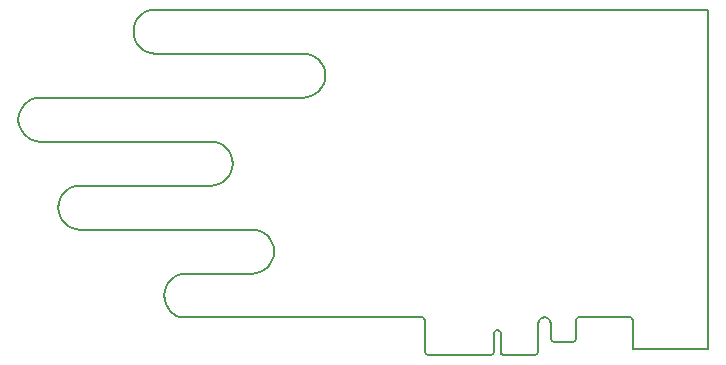
<source format=gko>
G04*
G04 #@! TF.GenerationSoftware,Altium Limited,Altium Designer,24.1.2 (44)*
G04*
G04 Layer_Color=16711935*
%FSLAX44Y44*%
%MOMM*%
G71*
G04*
G04 #@! TF.SameCoordinates,BDBBCEB5-9933-478C-A866-C286992FDBA5*
G04*
G04*
G04 #@! TF.FilePolarity,Positive*
G04*
G01*
G75*
%ADD10C,0.2000*%
D10*
X429224Y610148D02*
Y610151D01*
X425491Y610548D02*
X429224Y610151D01*
X422017Y611645D02*
X425491Y610548D01*
X418875Y613367D02*
X422017Y611645D01*
X429224Y610148D02*
X574634Y610148D01*
X585162Y576029D02*
X587962Y578297D01*
X590281Y581056D01*
X592042Y584230D01*
X593170Y587744D01*
X590285Y602000D02*
X592045Y598825D01*
X587966Y604760D02*
X590285Y602000D01*
X585165Y607030D02*
X587966Y604760D01*
X581959Y608734D02*
X585165Y607030D01*
X578423Y609798D02*
X581959Y608734D01*
X574634Y610148D02*
X578423Y609798D01*
X625168Y723199D02*
X628417Y724895D01*
X553052Y652756D02*
X555370Y655516D01*
X557180Y673166D02*
X558278Y669669D01*
X555425Y676383D02*
X557180Y673166D01*
X553053Y679222D02*
X555425Y676383D01*
X550171Y681542D02*
X553053Y679222D01*
X546923Y683238D02*
X550171Y681542D01*
X543407Y684272D02*
X546923Y683238D01*
X539722Y684602D02*
X543407Y684272D01*
X493154Y759057D02*
X515033D01*
X489505Y759418D02*
X493154Y759057D01*
X486030Y760474D02*
X489505Y759418D01*
X482826Y762186D02*
X486030Y760474D01*
X479991Y764512D02*
X482826Y762186D01*
X477667Y767348D02*
X479991Y764512D01*
X396202Y684602D02*
X539722Y684602D01*
X391252Y685145D02*
X396202Y684602D01*
X386698Y686940D02*
X391252Y685145D01*
X382767Y689859D02*
X386698Y686940D01*
X379692Y693775D02*
X382767Y689859D01*
X377762Y698366D02*
X379692Y693775D01*
X377119Y703219D02*
X377762Y698366D01*
X377119Y703219D02*
X377762Y708072D01*
X379692Y712663D01*
X382767Y716579D01*
X386698Y719498D01*
X391252Y721292D02*
X396202Y721835D01*
X617968Y721835D01*
X628417Y724895D02*
X631299Y727215D01*
X386698Y719498D02*
X391252Y721292D01*
X617968Y721835D02*
X621652Y722166D01*
X625168Y723199D01*
X578422Y573263D02*
X581956Y574326D01*
X585162Y576029D01*
X574634Y572914D02*
X578422Y573263D01*
X515033Y759057D02*
X617968Y759057D01*
X475957Y770553D02*
X477667Y767348D01*
X474903Y774030D02*
X475957Y770553D01*
X474543Y777679D02*
X474904Y781327D01*
X475960Y784801D01*
X477670Y788005D01*
X479994Y790839D01*
X482829Y793163D01*
X486032Y794873D01*
X489506Y795929D01*
X493154Y796290D01*
X960766D01*
X474543Y777679D02*
X474903Y774030D01*
X558278Y669669D02*
X558675Y665991D01*
X592045Y598825D02*
X593172Y595308D01*
X593170Y587744D02*
X593587Y591525D01*
X593172Y595308D02*
X593587Y591525D01*
X960766Y778125D02*
X960766Y796290D01*
X960766Y509131D02*
X960766Y778125D01*
X949879Y509131D02*
X960766D01*
X897050Y509130D02*
X949879Y509131D01*
X897050Y509130D02*
Y533122D01*
X896359Y535001D02*
X897050Y533122D01*
X894526Y535807D02*
X896359Y535001D01*
X849930Y535057D02*
X851740Y535807D01*
X849181Y533248D02*
X849930Y535057D01*
X849181Y533248D02*
X849181Y517333D01*
X848431Y515524D02*
X849181Y517333D01*
X846622Y514774D02*
X848431Y515524D01*
X830422Y514774D02*
X846622Y514774D01*
X721510Y506377D02*
X722260Y504567D01*
X721510Y532985D02*
X721510Y506377D01*
X722260Y504567D02*
X724069Y503818D01*
X851740Y535807D02*
X894526D01*
X828612Y515524D02*
X830422Y514774D01*
X827862Y517333D02*
X828612Y515524D01*
X827862Y530437D02*
X827862Y517333D01*
X827444Y532509D02*
X827862Y530437D01*
X826303Y534202D02*
X827444Y532509D01*
X824611Y535343D02*
X826303Y534202D01*
X822539Y535761D02*
X824611Y535343D01*
X818774Y534202D02*
X820501Y535356D01*
X817620Y532475D02*
X818774Y534202D01*
X817215Y530437D02*
X817620Y532475D01*
X817215Y506446D02*
X817215Y530437D01*
X814655Y503886D02*
X816465Y504636D01*
X820501Y535356D02*
X822539Y535761D01*
X720733Y534984D02*
X721510Y532985D01*
X718734Y535761D02*
X720733Y534984D01*
X665620Y535693D02*
X718734Y535761D01*
X513512Y536071D02*
X516264Y535693D01*
X510757Y537155D02*
X513512Y536071D01*
X516264Y535693D02*
X665620Y535693D01*
X505692Y541142D02*
X510757Y537155D01*
X787876Y503886D02*
X814655Y503886D01*
X786059Y504632D02*
X787876Y503886D01*
X785305Y506446D02*
X786059Y504632D01*
X785305Y506446D02*
X785305Y522474D01*
X784529Y524349D02*
X785305Y522474D01*
X780773Y524352D02*
X782655Y525125D01*
X779993Y522474D02*
X780773Y524352D01*
X779993Y506423D02*
X779993Y522474D01*
X779260Y504583D02*
X779993Y506423D01*
X777434Y503818D02*
X779260Y504583D01*
X724069Y503818D02*
X777434D01*
X782655Y525125D02*
X784529Y524349D01*
X816465Y504636D02*
X817215Y506446D01*
X501983Y547058D02*
X505692Y541142D01*
X500544Y554304D02*
X500923Y550552D01*
X500544Y554304D02*
X500547Y554304D01*
X500944Y557982D01*
X502042Y561478D01*
X503797Y564695D01*
X506169Y567535D01*
X509051Y569854D01*
X512299Y571551D01*
X515816Y572584D01*
X519500Y572915D01*
X500923Y550552D02*
X501983Y547058D01*
X519500Y572915D02*
X574634Y572914D01*
X416138Y615640D02*
X418875Y613367D01*
X413881Y618390D02*
X416138Y615640D01*
X412178Y621542D02*
X413881Y618390D01*
X411101Y625023D02*
X412178Y621542D01*
X410726Y628758D02*
X411101Y625023D01*
X410726Y628758D02*
X411123Y632436D01*
X412221Y635933D01*
X413976Y639150D01*
X416348Y641990D01*
X419230Y644309D01*
X422479Y646005D01*
X425995Y647039D01*
X429680Y647369D01*
X539720Y647369D01*
X543509Y647718D01*
X547045Y648782D01*
X550251Y650487D01*
X553052Y652756D01*
X555370Y655516D02*
X557131Y658692D01*
X558257Y662209D01*
X558675Y665991D01*
X631299Y727215D02*
X633671Y730054D01*
X635426Y733271D01*
X636524Y736768D01*
X636922Y740446D01*
X636524Y744124D02*
X636922Y740446D01*
X635426Y747621D02*
X636524Y744124D01*
X633671Y750838D02*
X635426Y747621D01*
X631300Y753677D02*
X633671Y750838D01*
X628417Y755997D02*
X631300Y753677D01*
X625169Y757693D02*
X628417Y755997D01*
X621653Y758727D02*
X625169Y757693D01*
X617968Y759057D02*
X621653Y758727D01*
M02*

</source>
